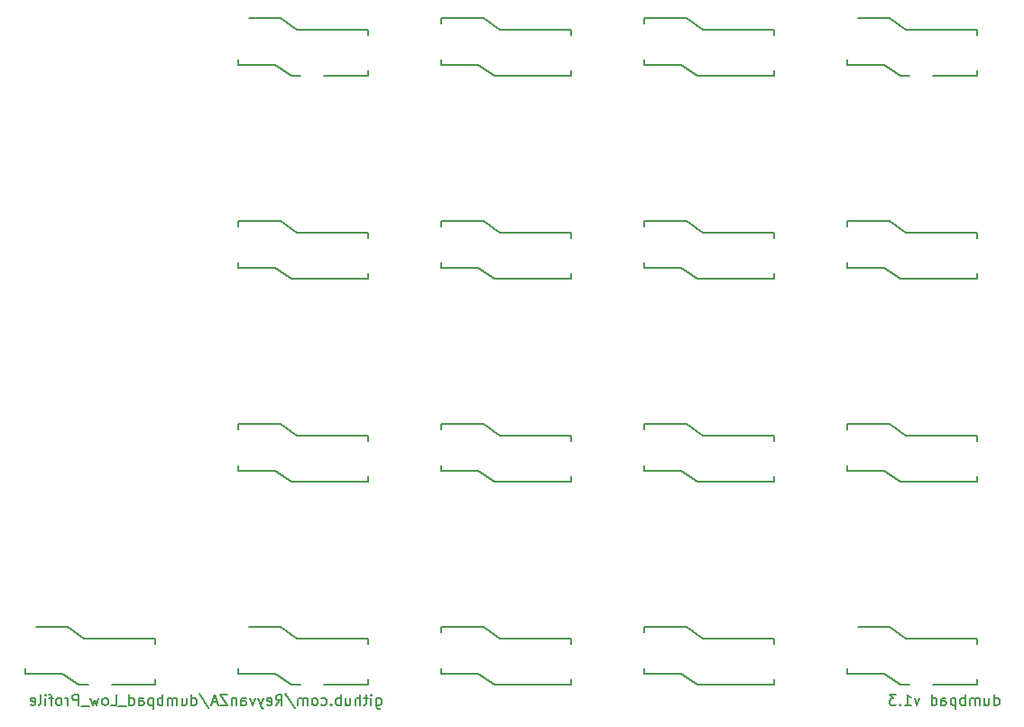
<source format=gbo>
G04 #@! TF.GenerationSoftware,KiCad,Pcbnew,9.0.7*
G04 #@! TF.CreationDate,2026-01-18T21:54:30+01:00*
G04 #@! TF.ProjectId,dumbpad,64756d62-7061-4642-9e6b-696361645f70,rev?*
G04 #@! TF.SameCoordinates,Original*
G04 #@! TF.FileFunction,Legend,Bot*
G04 #@! TF.FilePolarity,Positive*
%FSLAX46Y46*%
G04 Gerber Fmt 4.6, Leading zero omitted, Abs format (unit mm)*
G04 Created by KiCad (PCBNEW 9.0.7) date 2026-01-18 21:54:30*
%MOMM*%
%LPD*%
G01*
G04 APERTURE LIST*
%ADD10C,0.180000*%
%ADD11R,1.700000X1.700000*%
%ADD12O,1.700000X1.700000*%
%ADD13C,3.000000*%
%ADD14C,5.100000*%
%ADD15C,1.627000*%
%ADD16O,3.127000X3.302000*%
%ADD17O,3.127000X3.314500*%
%ADD18R,2.550000X2.475000*%
%ADD19R,2.550000X2.550000*%
%ADD20C,2.006600*%
%ADD21C,1.300000*%
%ADD22C,2.100000*%
%ADD23C,1.477000*%
G04 APERTURE END LIST*
D10*
X193966012Y-143246859D02*
X193966012Y-142246859D01*
X193966012Y-143199240D02*
X194061250Y-143246859D01*
X194061250Y-143246859D02*
X194251726Y-143246859D01*
X194251726Y-143246859D02*
X194346964Y-143199240D01*
X194346964Y-143199240D02*
X194394583Y-143151620D01*
X194394583Y-143151620D02*
X194442202Y-143056382D01*
X194442202Y-143056382D02*
X194442202Y-142770668D01*
X194442202Y-142770668D02*
X194394583Y-142675430D01*
X194394583Y-142675430D02*
X194346964Y-142627811D01*
X194346964Y-142627811D02*
X194251726Y-142580192D01*
X194251726Y-142580192D02*
X194061250Y-142580192D01*
X194061250Y-142580192D02*
X193966012Y-142627811D01*
X193061250Y-142580192D02*
X193061250Y-143246859D01*
X193489821Y-142580192D02*
X193489821Y-143104001D01*
X193489821Y-143104001D02*
X193442202Y-143199240D01*
X193442202Y-143199240D02*
X193346964Y-143246859D01*
X193346964Y-143246859D02*
X193204107Y-143246859D01*
X193204107Y-143246859D02*
X193108869Y-143199240D01*
X193108869Y-143199240D02*
X193061250Y-143151620D01*
X192585059Y-143246859D02*
X192585059Y-142580192D01*
X192585059Y-142675430D02*
X192537440Y-142627811D01*
X192537440Y-142627811D02*
X192442202Y-142580192D01*
X192442202Y-142580192D02*
X192299345Y-142580192D01*
X192299345Y-142580192D02*
X192204107Y-142627811D01*
X192204107Y-142627811D02*
X192156488Y-142723049D01*
X192156488Y-142723049D02*
X192156488Y-143246859D01*
X192156488Y-142723049D02*
X192108869Y-142627811D01*
X192108869Y-142627811D02*
X192013631Y-142580192D01*
X192013631Y-142580192D02*
X191870774Y-142580192D01*
X191870774Y-142580192D02*
X191775535Y-142627811D01*
X191775535Y-142627811D02*
X191727916Y-142723049D01*
X191727916Y-142723049D02*
X191727916Y-143246859D01*
X191251726Y-143246859D02*
X191251726Y-142246859D01*
X191251726Y-142627811D02*
X191156488Y-142580192D01*
X191156488Y-142580192D02*
X190966012Y-142580192D01*
X190966012Y-142580192D02*
X190870774Y-142627811D01*
X190870774Y-142627811D02*
X190823155Y-142675430D01*
X190823155Y-142675430D02*
X190775536Y-142770668D01*
X190775536Y-142770668D02*
X190775536Y-143056382D01*
X190775536Y-143056382D02*
X190823155Y-143151620D01*
X190823155Y-143151620D02*
X190870774Y-143199240D01*
X190870774Y-143199240D02*
X190966012Y-143246859D01*
X190966012Y-143246859D02*
X191156488Y-143246859D01*
X191156488Y-143246859D02*
X191251726Y-143199240D01*
X190346964Y-142580192D02*
X190346964Y-143580192D01*
X190346964Y-142627811D02*
X190251726Y-142580192D01*
X190251726Y-142580192D02*
X190061250Y-142580192D01*
X190061250Y-142580192D02*
X189966012Y-142627811D01*
X189966012Y-142627811D02*
X189918393Y-142675430D01*
X189918393Y-142675430D02*
X189870774Y-142770668D01*
X189870774Y-142770668D02*
X189870774Y-143056382D01*
X189870774Y-143056382D02*
X189918393Y-143151620D01*
X189918393Y-143151620D02*
X189966012Y-143199240D01*
X189966012Y-143199240D02*
X190061250Y-143246859D01*
X190061250Y-143246859D02*
X190251726Y-143246859D01*
X190251726Y-143246859D02*
X190346964Y-143199240D01*
X189013631Y-143246859D02*
X189013631Y-142723049D01*
X189013631Y-142723049D02*
X189061250Y-142627811D01*
X189061250Y-142627811D02*
X189156488Y-142580192D01*
X189156488Y-142580192D02*
X189346964Y-142580192D01*
X189346964Y-142580192D02*
X189442202Y-142627811D01*
X189013631Y-143199240D02*
X189108869Y-143246859D01*
X189108869Y-143246859D02*
X189346964Y-143246859D01*
X189346964Y-143246859D02*
X189442202Y-143199240D01*
X189442202Y-143199240D02*
X189489821Y-143104001D01*
X189489821Y-143104001D02*
X189489821Y-143008763D01*
X189489821Y-143008763D02*
X189442202Y-142913525D01*
X189442202Y-142913525D02*
X189346964Y-142865906D01*
X189346964Y-142865906D02*
X189108869Y-142865906D01*
X189108869Y-142865906D02*
X189013631Y-142818287D01*
X188108869Y-143246859D02*
X188108869Y-142246859D01*
X188108869Y-143199240D02*
X188204107Y-143246859D01*
X188204107Y-143246859D02*
X188394583Y-143246859D01*
X188394583Y-143246859D02*
X188489821Y-143199240D01*
X188489821Y-143199240D02*
X188537440Y-143151620D01*
X188537440Y-143151620D02*
X188585059Y-143056382D01*
X188585059Y-143056382D02*
X188585059Y-142770668D01*
X188585059Y-142770668D02*
X188537440Y-142675430D01*
X188537440Y-142675430D02*
X188489821Y-142627811D01*
X188489821Y-142627811D02*
X188394583Y-142580192D01*
X188394583Y-142580192D02*
X188204107Y-142580192D01*
X188204107Y-142580192D02*
X188108869Y-142627811D01*
X186966011Y-142580192D02*
X186727916Y-143246859D01*
X186727916Y-143246859D02*
X186489821Y-142580192D01*
X185585059Y-143246859D02*
X186156487Y-143246859D01*
X185870773Y-143246859D02*
X185870773Y-142246859D01*
X185870773Y-142246859D02*
X185966011Y-142389716D01*
X185966011Y-142389716D02*
X186061249Y-142484954D01*
X186061249Y-142484954D02*
X186156487Y-142532573D01*
X185156487Y-143151620D02*
X185108868Y-143199240D01*
X185108868Y-143199240D02*
X185156487Y-143246859D01*
X185156487Y-143246859D02*
X185204106Y-143199240D01*
X185204106Y-143199240D02*
X185156487Y-143151620D01*
X185156487Y-143151620D02*
X185156487Y-143246859D01*
X184775535Y-142246859D02*
X184156488Y-142246859D01*
X184156488Y-142246859D02*
X184489821Y-142627811D01*
X184489821Y-142627811D02*
X184346964Y-142627811D01*
X184346964Y-142627811D02*
X184251726Y-142675430D01*
X184251726Y-142675430D02*
X184204107Y-142723049D01*
X184204107Y-142723049D02*
X184156488Y-142818287D01*
X184156488Y-142818287D02*
X184156488Y-143056382D01*
X184156488Y-143056382D02*
X184204107Y-143151620D01*
X184204107Y-143151620D02*
X184251726Y-143199240D01*
X184251726Y-143199240D02*
X184346964Y-143246859D01*
X184346964Y-143246859D02*
X184632678Y-143246859D01*
X184632678Y-143246859D02*
X184727916Y-143199240D01*
X184727916Y-143199240D02*
X184775535Y-143151620D01*
X135985090Y-142580192D02*
X135985090Y-143389716D01*
X135985090Y-143389716D02*
X136032709Y-143484954D01*
X136032709Y-143484954D02*
X136080328Y-143532573D01*
X136080328Y-143532573D02*
X136175566Y-143580192D01*
X136175566Y-143580192D02*
X136318423Y-143580192D01*
X136318423Y-143580192D02*
X136413661Y-143532573D01*
X135985090Y-143199240D02*
X136080328Y-143246859D01*
X136080328Y-143246859D02*
X136270804Y-143246859D01*
X136270804Y-143246859D02*
X136366042Y-143199240D01*
X136366042Y-143199240D02*
X136413661Y-143151620D01*
X136413661Y-143151620D02*
X136461280Y-143056382D01*
X136461280Y-143056382D02*
X136461280Y-142770668D01*
X136461280Y-142770668D02*
X136413661Y-142675430D01*
X136413661Y-142675430D02*
X136366042Y-142627811D01*
X136366042Y-142627811D02*
X136270804Y-142580192D01*
X136270804Y-142580192D02*
X136080328Y-142580192D01*
X136080328Y-142580192D02*
X135985090Y-142627811D01*
X135508899Y-143246859D02*
X135508899Y-142580192D01*
X135508899Y-142246859D02*
X135556518Y-142294478D01*
X135556518Y-142294478D02*
X135508899Y-142342097D01*
X135508899Y-142342097D02*
X135461280Y-142294478D01*
X135461280Y-142294478D02*
X135508899Y-142246859D01*
X135508899Y-142246859D02*
X135508899Y-142342097D01*
X135175566Y-142580192D02*
X134794614Y-142580192D01*
X135032709Y-142246859D02*
X135032709Y-143104001D01*
X135032709Y-143104001D02*
X134985090Y-143199240D01*
X134985090Y-143199240D02*
X134889852Y-143246859D01*
X134889852Y-143246859D02*
X134794614Y-143246859D01*
X134461280Y-143246859D02*
X134461280Y-142246859D01*
X134032709Y-143246859D02*
X134032709Y-142723049D01*
X134032709Y-142723049D02*
X134080328Y-142627811D01*
X134080328Y-142627811D02*
X134175566Y-142580192D01*
X134175566Y-142580192D02*
X134318423Y-142580192D01*
X134318423Y-142580192D02*
X134413661Y-142627811D01*
X134413661Y-142627811D02*
X134461280Y-142675430D01*
X133127947Y-142580192D02*
X133127947Y-143246859D01*
X133556518Y-142580192D02*
X133556518Y-143104001D01*
X133556518Y-143104001D02*
X133508899Y-143199240D01*
X133508899Y-143199240D02*
X133413661Y-143246859D01*
X133413661Y-143246859D02*
X133270804Y-143246859D01*
X133270804Y-143246859D02*
X133175566Y-143199240D01*
X133175566Y-143199240D02*
X133127947Y-143151620D01*
X132651756Y-143246859D02*
X132651756Y-142246859D01*
X132651756Y-142627811D02*
X132556518Y-142580192D01*
X132556518Y-142580192D02*
X132366042Y-142580192D01*
X132366042Y-142580192D02*
X132270804Y-142627811D01*
X132270804Y-142627811D02*
X132223185Y-142675430D01*
X132223185Y-142675430D02*
X132175566Y-142770668D01*
X132175566Y-142770668D02*
X132175566Y-143056382D01*
X132175566Y-143056382D02*
X132223185Y-143151620D01*
X132223185Y-143151620D02*
X132270804Y-143199240D01*
X132270804Y-143199240D02*
X132366042Y-143246859D01*
X132366042Y-143246859D02*
X132556518Y-143246859D01*
X132556518Y-143246859D02*
X132651756Y-143199240D01*
X131746994Y-143151620D02*
X131699375Y-143199240D01*
X131699375Y-143199240D02*
X131746994Y-143246859D01*
X131746994Y-143246859D02*
X131794613Y-143199240D01*
X131794613Y-143199240D02*
X131746994Y-143151620D01*
X131746994Y-143151620D02*
X131746994Y-143246859D01*
X130842233Y-143199240D02*
X130937471Y-143246859D01*
X130937471Y-143246859D02*
X131127947Y-143246859D01*
X131127947Y-143246859D02*
X131223185Y-143199240D01*
X131223185Y-143199240D02*
X131270804Y-143151620D01*
X131270804Y-143151620D02*
X131318423Y-143056382D01*
X131318423Y-143056382D02*
X131318423Y-142770668D01*
X131318423Y-142770668D02*
X131270804Y-142675430D01*
X131270804Y-142675430D02*
X131223185Y-142627811D01*
X131223185Y-142627811D02*
X131127947Y-142580192D01*
X131127947Y-142580192D02*
X130937471Y-142580192D01*
X130937471Y-142580192D02*
X130842233Y-142627811D01*
X130270804Y-143246859D02*
X130366042Y-143199240D01*
X130366042Y-143199240D02*
X130413661Y-143151620D01*
X130413661Y-143151620D02*
X130461280Y-143056382D01*
X130461280Y-143056382D02*
X130461280Y-142770668D01*
X130461280Y-142770668D02*
X130413661Y-142675430D01*
X130413661Y-142675430D02*
X130366042Y-142627811D01*
X130366042Y-142627811D02*
X130270804Y-142580192D01*
X130270804Y-142580192D02*
X130127947Y-142580192D01*
X130127947Y-142580192D02*
X130032709Y-142627811D01*
X130032709Y-142627811D02*
X129985090Y-142675430D01*
X129985090Y-142675430D02*
X129937471Y-142770668D01*
X129937471Y-142770668D02*
X129937471Y-143056382D01*
X129937471Y-143056382D02*
X129985090Y-143151620D01*
X129985090Y-143151620D02*
X130032709Y-143199240D01*
X130032709Y-143199240D02*
X130127947Y-143246859D01*
X130127947Y-143246859D02*
X130270804Y-143246859D01*
X129508899Y-143246859D02*
X129508899Y-142580192D01*
X129508899Y-142675430D02*
X129461280Y-142627811D01*
X129461280Y-142627811D02*
X129366042Y-142580192D01*
X129366042Y-142580192D02*
X129223185Y-142580192D01*
X129223185Y-142580192D02*
X129127947Y-142627811D01*
X129127947Y-142627811D02*
X129080328Y-142723049D01*
X129080328Y-142723049D02*
X129080328Y-143246859D01*
X129080328Y-142723049D02*
X129032709Y-142627811D01*
X129032709Y-142627811D02*
X128937471Y-142580192D01*
X128937471Y-142580192D02*
X128794614Y-142580192D01*
X128794614Y-142580192D02*
X128699375Y-142627811D01*
X128699375Y-142627811D02*
X128651756Y-142723049D01*
X128651756Y-142723049D02*
X128651756Y-143246859D01*
X127461281Y-142199240D02*
X128318423Y-143484954D01*
X126556519Y-143246859D02*
X126889852Y-142770668D01*
X127127947Y-143246859D02*
X127127947Y-142246859D01*
X127127947Y-142246859D02*
X126746995Y-142246859D01*
X126746995Y-142246859D02*
X126651757Y-142294478D01*
X126651757Y-142294478D02*
X126604138Y-142342097D01*
X126604138Y-142342097D02*
X126556519Y-142437335D01*
X126556519Y-142437335D02*
X126556519Y-142580192D01*
X126556519Y-142580192D02*
X126604138Y-142675430D01*
X126604138Y-142675430D02*
X126651757Y-142723049D01*
X126651757Y-142723049D02*
X126746995Y-142770668D01*
X126746995Y-142770668D02*
X127127947Y-142770668D01*
X125746995Y-143199240D02*
X125842233Y-143246859D01*
X125842233Y-143246859D02*
X126032709Y-143246859D01*
X126032709Y-143246859D02*
X126127947Y-143199240D01*
X126127947Y-143199240D02*
X126175566Y-143104001D01*
X126175566Y-143104001D02*
X126175566Y-142723049D01*
X126175566Y-142723049D02*
X126127947Y-142627811D01*
X126127947Y-142627811D02*
X126032709Y-142580192D01*
X126032709Y-142580192D02*
X125842233Y-142580192D01*
X125842233Y-142580192D02*
X125746995Y-142627811D01*
X125746995Y-142627811D02*
X125699376Y-142723049D01*
X125699376Y-142723049D02*
X125699376Y-142818287D01*
X125699376Y-142818287D02*
X126175566Y-142913525D01*
X125366042Y-142580192D02*
X125127947Y-143246859D01*
X124889852Y-142580192D02*
X125127947Y-143246859D01*
X125127947Y-143246859D02*
X125223185Y-143484954D01*
X125223185Y-143484954D02*
X125270804Y-143532573D01*
X125270804Y-143532573D02*
X125366042Y-143580192D01*
X124604137Y-142580192D02*
X124366042Y-143246859D01*
X124366042Y-143246859D02*
X124127947Y-142580192D01*
X123318423Y-143246859D02*
X123318423Y-142723049D01*
X123318423Y-142723049D02*
X123366042Y-142627811D01*
X123366042Y-142627811D02*
X123461280Y-142580192D01*
X123461280Y-142580192D02*
X123651756Y-142580192D01*
X123651756Y-142580192D02*
X123746994Y-142627811D01*
X123318423Y-143199240D02*
X123413661Y-143246859D01*
X123413661Y-143246859D02*
X123651756Y-143246859D01*
X123651756Y-143246859D02*
X123746994Y-143199240D01*
X123746994Y-143199240D02*
X123794613Y-143104001D01*
X123794613Y-143104001D02*
X123794613Y-143008763D01*
X123794613Y-143008763D02*
X123746994Y-142913525D01*
X123746994Y-142913525D02*
X123651756Y-142865906D01*
X123651756Y-142865906D02*
X123413661Y-142865906D01*
X123413661Y-142865906D02*
X123318423Y-142818287D01*
X122842232Y-142580192D02*
X122842232Y-143246859D01*
X122842232Y-142675430D02*
X122794613Y-142627811D01*
X122794613Y-142627811D02*
X122699375Y-142580192D01*
X122699375Y-142580192D02*
X122556518Y-142580192D01*
X122556518Y-142580192D02*
X122461280Y-142627811D01*
X122461280Y-142627811D02*
X122413661Y-142723049D01*
X122413661Y-142723049D02*
X122413661Y-143246859D01*
X122032708Y-142246859D02*
X121366042Y-142246859D01*
X121366042Y-142246859D02*
X122032708Y-143246859D01*
X122032708Y-143246859D02*
X121366042Y-143246859D01*
X121032708Y-142961144D02*
X120556518Y-142961144D01*
X121127946Y-143246859D02*
X120794613Y-142246859D01*
X120794613Y-142246859D02*
X120461280Y-143246859D01*
X119413661Y-142199240D02*
X120270803Y-143484954D01*
X118651756Y-143246859D02*
X118651756Y-142246859D01*
X118651756Y-143199240D02*
X118746994Y-143246859D01*
X118746994Y-143246859D02*
X118937470Y-143246859D01*
X118937470Y-143246859D02*
X119032708Y-143199240D01*
X119032708Y-143199240D02*
X119080327Y-143151620D01*
X119080327Y-143151620D02*
X119127946Y-143056382D01*
X119127946Y-143056382D02*
X119127946Y-142770668D01*
X119127946Y-142770668D02*
X119080327Y-142675430D01*
X119080327Y-142675430D02*
X119032708Y-142627811D01*
X119032708Y-142627811D02*
X118937470Y-142580192D01*
X118937470Y-142580192D02*
X118746994Y-142580192D01*
X118746994Y-142580192D02*
X118651756Y-142627811D01*
X117746994Y-142580192D02*
X117746994Y-143246859D01*
X118175565Y-142580192D02*
X118175565Y-143104001D01*
X118175565Y-143104001D02*
X118127946Y-143199240D01*
X118127946Y-143199240D02*
X118032708Y-143246859D01*
X118032708Y-143246859D02*
X117889851Y-143246859D01*
X117889851Y-143246859D02*
X117794613Y-143199240D01*
X117794613Y-143199240D02*
X117746994Y-143151620D01*
X117270803Y-143246859D02*
X117270803Y-142580192D01*
X117270803Y-142675430D02*
X117223184Y-142627811D01*
X117223184Y-142627811D02*
X117127946Y-142580192D01*
X117127946Y-142580192D02*
X116985089Y-142580192D01*
X116985089Y-142580192D02*
X116889851Y-142627811D01*
X116889851Y-142627811D02*
X116842232Y-142723049D01*
X116842232Y-142723049D02*
X116842232Y-143246859D01*
X116842232Y-142723049D02*
X116794613Y-142627811D01*
X116794613Y-142627811D02*
X116699375Y-142580192D01*
X116699375Y-142580192D02*
X116556518Y-142580192D01*
X116556518Y-142580192D02*
X116461279Y-142627811D01*
X116461279Y-142627811D02*
X116413660Y-142723049D01*
X116413660Y-142723049D02*
X116413660Y-143246859D01*
X115937470Y-143246859D02*
X115937470Y-142246859D01*
X115937470Y-142627811D02*
X115842232Y-142580192D01*
X115842232Y-142580192D02*
X115651756Y-142580192D01*
X115651756Y-142580192D02*
X115556518Y-142627811D01*
X115556518Y-142627811D02*
X115508899Y-142675430D01*
X115508899Y-142675430D02*
X115461280Y-142770668D01*
X115461280Y-142770668D02*
X115461280Y-143056382D01*
X115461280Y-143056382D02*
X115508899Y-143151620D01*
X115508899Y-143151620D02*
X115556518Y-143199240D01*
X115556518Y-143199240D02*
X115651756Y-143246859D01*
X115651756Y-143246859D02*
X115842232Y-143246859D01*
X115842232Y-143246859D02*
X115937470Y-143199240D01*
X115032708Y-142580192D02*
X115032708Y-143580192D01*
X115032708Y-142627811D02*
X114937470Y-142580192D01*
X114937470Y-142580192D02*
X114746994Y-142580192D01*
X114746994Y-142580192D02*
X114651756Y-142627811D01*
X114651756Y-142627811D02*
X114604137Y-142675430D01*
X114604137Y-142675430D02*
X114556518Y-142770668D01*
X114556518Y-142770668D02*
X114556518Y-143056382D01*
X114556518Y-143056382D02*
X114604137Y-143151620D01*
X114604137Y-143151620D02*
X114651756Y-143199240D01*
X114651756Y-143199240D02*
X114746994Y-143246859D01*
X114746994Y-143246859D02*
X114937470Y-143246859D01*
X114937470Y-143246859D02*
X115032708Y-143199240D01*
X113699375Y-143246859D02*
X113699375Y-142723049D01*
X113699375Y-142723049D02*
X113746994Y-142627811D01*
X113746994Y-142627811D02*
X113842232Y-142580192D01*
X113842232Y-142580192D02*
X114032708Y-142580192D01*
X114032708Y-142580192D02*
X114127946Y-142627811D01*
X113699375Y-143199240D02*
X113794613Y-143246859D01*
X113794613Y-143246859D02*
X114032708Y-143246859D01*
X114032708Y-143246859D02*
X114127946Y-143199240D01*
X114127946Y-143199240D02*
X114175565Y-143104001D01*
X114175565Y-143104001D02*
X114175565Y-143008763D01*
X114175565Y-143008763D02*
X114127946Y-142913525D01*
X114127946Y-142913525D02*
X114032708Y-142865906D01*
X114032708Y-142865906D02*
X113794613Y-142865906D01*
X113794613Y-142865906D02*
X113699375Y-142818287D01*
X112794613Y-143246859D02*
X112794613Y-142246859D01*
X112794613Y-143199240D02*
X112889851Y-143246859D01*
X112889851Y-143246859D02*
X113080327Y-143246859D01*
X113080327Y-143246859D02*
X113175565Y-143199240D01*
X113175565Y-143199240D02*
X113223184Y-143151620D01*
X113223184Y-143151620D02*
X113270803Y-143056382D01*
X113270803Y-143056382D02*
X113270803Y-142770668D01*
X113270803Y-142770668D02*
X113223184Y-142675430D01*
X113223184Y-142675430D02*
X113175565Y-142627811D01*
X113175565Y-142627811D02*
X113080327Y-142580192D01*
X113080327Y-142580192D02*
X112889851Y-142580192D01*
X112889851Y-142580192D02*
X112794613Y-142627811D01*
X112556518Y-143342097D02*
X111794613Y-143342097D01*
X111080327Y-143246859D02*
X111556517Y-143246859D01*
X111556517Y-143246859D02*
X111556517Y-142246859D01*
X110604136Y-143246859D02*
X110699374Y-143199240D01*
X110699374Y-143199240D02*
X110746993Y-143151620D01*
X110746993Y-143151620D02*
X110794612Y-143056382D01*
X110794612Y-143056382D02*
X110794612Y-142770668D01*
X110794612Y-142770668D02*
X110746993Y-142675430D01*
X110746993Y-142675430D02*
X110699374Y-142627811D01*
X110699374Y-142627811D02*
X110604136Y-142580192D01*
X110604136Y-142580192D02*
X110461279Y-142580192D01*
X110461279Y-142580192D02*
X110366041Y-142627811D01*
X110366041Y-142627811D02*
X110318422Y-142675430D01*
X110318422Y-142675430D02*
X110270803Y-142770668D01*
X110270803Y-142770668D02*
X110270803Y-143056382D01*
X110270803Y-143056382D02*
X110318422Y-143151620D01*
X110318422Y-143151620D02*
X110366041Y-143199240D01*
X110366041Y-143199240D02*
X110461279Y-143246859D01*
X110461279Y-143246859D02*
X110604136Y-143246859D01*
X109937469Y-142580192D02*
X109746993Y-143246859D01*
X109746993Y-143246859D02*
X109556517Y-142770668D01*
X109556517Y-142770668D02*
X109366041Y-143246859D01*
X109366041Y-143246859D02*
X109175565Y-142580192D01*
X109032708Y-143342097D02*
X108270803Y-143342097D01*
X108032707Y-143246859D02*
X108032707Y-142246859D01*
X108032707Y-142246859D02*
X107651755Y-142246859D01*
X107651755Y-142246859D02*
X107556517Y-142294478D01*
X107556517Y-142294478D02*
X107508898Y-142342097D01*
X107508898Y-142342097D02*
X107461279Y-142437335D01*
X107461279Y-142437335D02*
X107461279Y-142580192D01*
X107461279Y-142580192D02*
X107508898Y-142675430D01*
X107508898Y-142675430D02*
X107556517Y-142723049D01*
X107556517Y-142723049D02*
X107651755Y-142770668D01*
X107651755Y-142770668D02*
X108032707Y-142770668D01*
X107032707Y-143246859D02*
X107032707Y-142580192D01*
X107032707Y-142770668D02*
X106985088Y-142675430D01*
X106985088Y-142675430D02*
X106937469Y-142627811D01*
X106937469Y-142627811D02*
X106842231Y-142580192D01*
X106842231Y-142580192D02*
X106746993Y-142580192D01*
X106270802Y-143246859D02*
X106366040Y-143199240D01*
X106366040Y-143199240D02*
X106413659Y-143151620D01*
X106413659Y-143151620D02*
X106461278Y-143056382D01*
X106461278Y-143056382D02*
X106461278Y-142770668D01*
X106461278Y-142770668D02*
X106413659Y-142675430D01*
X106413659Y-142675430D02*
X106366040Y-142627811D01*
X106366040Y-142627811D02*
X106270802Y-142580192D01*
X106270802Y-142580192D02*
X106127945Y-142580192D01*
X106127945Y-142580192D02*
X106032707Y-142627811D01*
X106032707Y-142627811D02*
X105985088Y-142675430D01*
X105985088Y-142675430D02*
X105937469Y-142770668D01*
X105937469Y-142770668D02*
X105937469Y-143056382D01*
X105937469Y-143056382D02*
X105985088Y-143151620D01*
X105985088Y-143151620D02*
X106032707Y-143199240D01*
X106032707Y-143199240D02*
X106127945Y-143246859D01*
X106127945Y-143246859D02*
X106270802Y-143246859D01*
X105651754Y-142580192D02*
X105270802Y-142580192D01*
X105508897Y-143246859D02*
X105508897Y-142389716D01*
X105508897Y-142389716D02*
X105461278Y-142294478D01*
X105461278Y-142294478D02*
X105366040Y-142246859D01*
X105366040Y-142246859D02*
X105270802Y-142246859D01*
X104937468Y-143246859D02*
X104937468Y-142580192D01*
X104937468Y-142246859D02*
X104985087Y-142294478D01*
X104985087Y-142294478D02*
X104937468Y-142342097D01*
X104937468Y-142342097D02*
X104889849Y-142294478D01*
X104889849Y-142294478D02*
X104937468Y-142246859D01*
X104937468Y-142246859D02*
X104937468Y-142342097D01*
X104318421Y-143246859D02*
X104413659Y-143199240D01*
X104413659Y-143199240D02*
X104461278Y-143104001D01*
X104461278Y-143104001D02*
X104461278Y-142246859D01*
X103556516Y-143199240D02*
X103651754Y-143246859D01*
X103651754Y-143246859D02*
X103842230Y-143246859D01*
X103842230Y-143246859D02*
X103937468Y-143199240D01*
X103937468Y-143199240D02*
X103985087Y-143104001D01*
X103985087Y-143104001D02*
X103985087Y-142723049D01*
X103985087Y-142723049D02*
X103937468Y-142627811D01*
X103937468Y-142627811D02*
X103842230Y-142580192D01*
X103842230Y-142580192D02*
X103651754Y-142580192D01*
X103651754Y-142580192D02*
X103556516Y-142627811D01*
X103556516Y-142627811D02*
X103508897Y-142723049D01*
X103508897Y-142723049D02*
X103508897Y-142818287D01*
X103508897Y-142818287D02*
X103985087Y-142913525D01*
X192351100Y-141323600D02*
X192351100Y-140823600D01*
X192351100Y-136983600D02*
X192351100Y-137483600D01*
X188251100Y-141303600D02*
X192301100Y-141303600D01*
X185651100Y-136983600D02*
X192351100Y-136983600D01*
X185651100Y-136983600D02*
X184151100Y-135933600D01*
X185151100Y-141323600D02*
X186051100Y-141323600D01*
X185151100Y-141323600D02*
X183651100Y-140273600D01*
X181151100Y-135933600D02*
X184151100Y-135933600D01*
X180151100Y-140273600D02*
X183651100Y-140273600D01*
X180151100Y-139773600D02*
X180151100Y-140273600D01*
X192351100Y-84173600D02*
X192351100Y-83673600D01*
X192351100Y-79833600D02*
X192351100Y-80333600D01*
X188251100Y-84153600D02*
X192301100Y-84153600D01*
X185651100Y-79833600D02*
X192351100Y-79833600D01*
X185651100Y-79833600D02*
X184151100Y-78783600D01*
X185151100Y-84173600D02*
X186051100Y-84173600D01*
X185151100Y-84173600D02*
X183651100Y-83123600D01*
X181151100Y-78783600D02*
X184151100Y-78783600D01*
X180151100Y-83123600D02*
X183651100Y-83123600D01*
X180151100Y-82623600D02*
X180151100Y-83123600D01*
X135201100Y-141323600D02*
X135201100Y-140823600D01*
X135201100Y-136983600D02*
X135201100Y-137483600D01*
X131101100Y-141303600D02*
X135151100Y-141303600D01*
X128501100Y-136983600D02*
X135201100Y-136983600D01*
X128501100Y-136983600D02*
X127001100Y-135933600D01*
X128001100Y-141323600D02*
X128901100Y-141323600D01*
X128001100Y-141323600D02*
X126501100Y-140273600D01*
X124001100Y-135933600D02*
X127001100Y-135933600D01*
X123001100Y-140273600D02*
X126501100Y-140273600D01*
X123001100Y-139773600D02*
X123001100Y-140273600D01*
X115251100Y-141323600D02*
X115251100Y-140823600D01*
X115251100Y-136983600D02*
X115251100Y-137483600D01*
X111151100Y-141303600D02*
X115201100Y-141303600D01*
X108551100Y-136983600D02*
X115251100Y-136983600D01*
X108551100Y-136983600D02*
X107051100Y-135933600D01*
X108051100Y-141323600D02*
X108951100Y-141323600D01*
X108051100Y-141323600D02*
X106551100Y-140273600D01*
X104051100Y-135933600D02*
X107051100Y-135933600D01*
X103051100Y-140273600D02*
X106551100Y-140273600D01*
X103051100Y-139773600D02*
X103051100Y-140273600D01*
X135201100Y-84173600D02*
X135201100Y-83673600D01*
X135201100Y-79833600D02*
X135201100Y-80333600D01*
X131101100Y-84153600D02*
X135151100Y-84153600D01*
X128501100Y-79833600D02*
X135201100Y-79833600D01*
X128501100Y-79833600D02*
X127001100Y-78783600D01*
X128001100Y-84173600D02*
X128901100Y-84173600D01*
X128001100Y-84173600D02*
X126501100Y-83123600D01*
X124001100Y-78783600D02*
X127001100Y-78783600D01*
X123001100Y-83123600D02*
X126501100Y-83123600D01*
X123001100Y-82623600D02*
X123001100Y-83123600D01*
X192351100Y-122273600D02*
X192351100Y-121773600D01*
X192351100Y-117933600D02*
X192351100Y-118433600D01*
X185651100Y-117933600D02*
X192351100Y-117933600D01*
X185651100Y-117933600D02*
X184151100Y-116883600D01*
X185151100Y-122273600D02*
X192351100Y-122273600D01*
X185151100Y-122273600D02*
X183651100Y-121223600D01*
X180151100Y-121223600D02*
X183651100Y-121223600D01*
X180151100Y-120723600D02*
X180151100Y-121223600D01*
X180151100Y-116883600D02*
X184151100Y-116883600D01*
X180151100Y-116883600D02*
X180151100Y-117383600D01*
X135201100Y-122273600D02*
X135201100Y-121773600D01*
X135201100Y-117933600D02*
X135201100Y-118433600D01*
X128501100Y-117933600D02*
X135201100Y-117933600D01*
X128501100Y-117933600D02*
X127001100Y-116883600D01*
X128001100Y-122273600D02*
X135201100Y-122273600D01*
X128001100Y-122273600D02*
X126501100Y-121223600D01*
X123001100Y-121223600D02*
X126501100Y-121223600D01*
X123001100Y-120723600D02*
X123001100Y-121223600D01*
X123001100Y-116883600D02*
X127001100Y-116883600D01*
X123001100Y-116883600D02*
X123001100Y-117383600D01*
X154251100Y-141323600D02*
X154251100Y-140823600D01*
X154251100Y-136983600D02*
X154251100Y-137483600D01*
X147551100Y-136983600D02*
X154251100Y-136983600D01*
X147551100Y-136983600D02*
X146051100Y-135933600D01*
X147051100Y-141323600D02*
X154251100Y-141323600D01*
X147051100Y-141323600D02*
X145551100Y-140273600D01*
X142051100Y-140273600D02*
X145551100Y-140273600D01*
X142051100Y-139773600D02*
X142051100Y-140273600D01*
X142051100Y-135933600D02*
X146051100Y-135933600D01*
X142051100Y-135933600D02*
X142051100Y-136433600D01*
X173301100Y-141323600D02*
X173301100Y-140823600D01*
X173301100Y-136983600D02*
X173301100Y-137483600D01*
X166601100Y-136983600D02*
X173301100Y-136983600D01*
X166601100Y-136983600D02*
X165101100Y-135933600D01*
X166101100Y-141323600D02*
X173301100Y-141323600D01*
X166101100Y-141323600D02*
X164601100Y-140273600D01*
X161101100Y-140273600D02*
X164601100Y-140273600D01*
X161101100Y-139773600D02*
X161101100Y-140273600D01*
X161101100Y-135933600D02*
X165101100Y-135933600D01*
X161101100Y-135933600D02*
X161101100Y-136433600D01*
X154251100Y-122273600D02*
X154251100Y-121773600D01*
X154251100Y-117933600D02*
X154251100Y-118433600D01*
X147551100Y-117933600D02*
X154251100Y-117933600D01*
X147551100Y-117933600D02*
X146051100Y-116883600D01*
X147051100Y-122273600D02*
X154251100Y-122273600D01*
X147051100Y-122273600D02*
X145551100Y-121223600D01*
X142051100Y-121223600D02*
X145551100Y-121223600D01*
X142051100Y-120723600D02*
X142051100Y-121223600D01*
X142051100Y-116883600D02*
X146051100Y-116883600D01*
X142051100Y-116883600D02*
X142051100Y-117383600D01*
X173301100Y-103223600D02*
X173301100Y-102723600D01*
X173301100Y-98883600D02*
X173301100Y-99383600D01*
X166601100Y-98883600D02*
X173301100Y-98883600D01*
X166601100Y-98883600D02*
X165101100Y-97833600D01*
X166101100Y-103223600D02*
X173301100Y-103223600D01*
X166101100Y-103223600D02*
X164601100Y-102173600D01*
X161101100Y-102173600D02*
X164601100Y-102173600D01*
X161101100Y-101673600D02*
X161101100Y-102173600D01*
X161101100Y-97833600D02*
X165101100Y-97833600D01*
X161101100Y-97833600D02*
X161101100Y-98333600D01*
X135201100Y-103223600D02*
X135201100Y-102723600D01*
X135201100Y-98883600D02*
X135201100Y-99383600D01*
X128501100Y-98883600D02*
X135201100Y-98883600D01*
X128501100Y-98883600D02*
X127001100Y-97833600D01*
X128001100Y-103223600D02*
X135201100Y-103223600D01*
X128001100Y-103223600D02*
X126501100Y-102173600D01*
X123001100Y-102173600D02*
X126501100Y-102173600D01*
X123001100Y-101673600D02*
X123001100Y-102173600D01*
X123001100Y-97833600D02*
X127001100Y-97833600D01*
X123001100Y-97833600D02*
X123001100Y-98333600D01*
X173301100Y-122273600D02*
X173301100Y-121773600D01*
X173301100Y-117933600D02*
X173301100Y-118433600D01*
X166601100Y-117933600D02*
X173301100Y-117933600D01*
X166601100Y-117933600D02*
X165101100Y-116883600D01*
X166101100Y-122273600D02*
X173301100Y-122273600D01*
X166101100Y-122273600D02*
X164601100Y-121223600D01*
X161101100Y-121223600D02*
X164601100Y-121223600D01*
X161101100Y-120723600D02*
X161101100Y-121223600D01*
X161101100Y-116883600D02*
X165101100Y-116883600D01*
X161101100Y-116883600D02*
X161101100Y-117383600D01*
X192351100Y-103223600D02*
X192351100Y-102723600D01*
X192351100Y-98883600D02*
X192351100Y-99383600D01*
X185651100Y-98883600D02*
X192351100Y-98883600D01*
X185651100Y-98883600D02*
X184151100Y-97833600D01*
X185151100Y-103223600D02*
X192351100Y-103223600D01*
X185151100Y-103223600D02*
X183651100Y-102173600D01*
X180151100Y-102173600D02*
X183651100Y-102173600D01*
X180151100Y-101673600D02*
X180151100Y-102173600D01*
X180151100Y-97833600D02*
X184151100Y-97833600D01*
X180151100Y-97833600D02*
X180151100Y-98333600D01*
X154251100Y-103223600D02*
X154251100Y-102723600D01*
X154251100Y-98883600D02*
X154251100Y-99383600D01*
X147551100Y-98883600D02*
X154251100Y-98883600D01*
X147551100Y-98883600D02*
X146051100Y-97833600D01*
X147051100Y-103223600D02*
X154251100Y-103223600D01*
X147051100Y-103223600D02*
X145551100Y-102173600D01*
X142051100Y-102173600D02*
X145551100Y-102173600D01*
X142051100Y-101673600D02*
X142051100Y-102173600D01*
X142051100Y-97833600D02*
X146051100Y-97833600D01*
X142051100Y-97833600D02*
X142051100Y-98333600D01*
X173301100Y-84173600D02*
X173301100Y-83673600D01*
X173301100Y-79833600D02*
X173301100Y-80333600D01*
X166601100Y-79833600D02*
X173301100Y-79833600D01*
X166601100Y-79833600D02*
X165101100Y-78783600D01*
X166101100Y-84173600D02*
X173301100Y-84173600D01*
X166101100Y-84173600D02*
X164601100Y-83123600D01*
X161101100Y-83123600D02*
X164601100Y-83123600D01*
X161101100Y-82623600D02*
X161101100Y-83123600D01*
X161101100Y-78783600D02*
X165101100Y-78783600D01*
X161101100Y-78783600D02*
X161101100Y-79283600D01*
X154251100Y-84173600D02*
X154251100Y-83673600D01*
X154251100Y-79833600D02*
X154251100Y-80333600D01*
X147551100Y-79833600D02*
X154251100Y-79833600D01*
X147551100Y-79833600D02*
X146051100Y-78783600D01*
X147051100Y-84173600D02*
X154251100Y-84173600D01*
X147051100Y-84173600D02*
X145551100Y-83123600D01*
X142051100Y-83123600D02*
X145551100Y-83123600D01*
X142051100Y-82623600D02*
X142051100Y-83123600D01*
X142051100Y-78783600D02*
X146051100Y-78783600D01*
X142051100Y-78783600D02*
X142051100Y-79283600D01*
%LPC*%
D11*
X113900000Y-104000000D03*
D12*
X111360000Y-104000000D03*
X108820000Y-104000000D03*
X106280000Y-104000000D03*
D13*
X182751100Y-138103600D03*
D14*
X187151100Y-133403600D03*
D13*
X189751100Y-139153600D03*
D15*
X179651100Y-130903600D03*
X179651100Y-135603600D03*
X179651100Y-133403600D03*
D16*
X187151100Y-139503600D03*
D17*
X187151100Y-127309850D03*
D15*
X194151100Y-130903600D03*
X194151100Y-135903600D03*
D18*
X178876100Y-138141100D03*
D19*
X193626100Y-139153600D03*
D13*
X182751100Y-80953600D03*
D14*
X187151100Y-76253600D03*
D13*
X189751100Y-82003600D03*
D15*
X179651100Y-73753600D03*
X179651100Y-78453600D03*
X179651100Y-76253600D03*
D16*
X187151100Y-82353600D03*
D17*
X187151100Y-70159850D03*
D15*
X194151100Y-73753600D03*
X194151100Y-78753600D03*
D18*
X178876100Y-80991100D03*
D19*
X193626100Y-82003600D03*
D13*
X125601100Y-138103600D03*
D14*
X130001100Y-133403600D03*
D13*
X132601100Y-139153600D03*
D15*
X122501100Y-130903600D03*
X122501100Y-135603600D03*
X122501100Y-133403600D03*
D16*
X130001100Y-139503600D03*
D17*
X130001100Y-127309850D03*
D15*
X137001100Y-130903600D03*
X137001100Y-135903600D03*
D18*
X121726100Y-138141100D03*
D19*
X136476100Y-139153600D03*
D13*
X105651100Y-138103600D03*
D14*
X110051100Y-133403600D03*
D13*
X112651100Y-139153600D03*
D15*
X102551100Y-130903600D03*
X102551100Y-135603600D03*
X102551100Y-133403600D03*
D16*
X110051100Y-139503600D03*
D17*
X110051100Y-127309850D03*
D15*
X117051100Y-130903600D03*
X117051100Y-135903600D03*
D18*
X101776100Y-138141100D03*
D19*
X116526100Y-139153600D03*
D13*
X125601100Y-80953600D03*
D14*
X130001100Y-76253600D03*
D13*
X132601100Y-82003600D03*
D15*
X122501100Y-73753600D03*
X122501100Y-78453600D03*
X122501100Y-76253600D03*
D16*
X130001100Y-82353600D03*
D17*
X130001100Y-70159850D03*
D15*
X137001100Y-73753600D03*
X137001100Y-78753600D03*
D18*
X121726100Y-80991100D03*
D19*
X136476100Y-82003600D03*
D20*
X106997600Y-114228800D03*
X113500000Y-114228800D03*
X106997600Y-118750000D03*
X113500000Y-118750000D03*
D21*
X117671100Y-69550000D03*
X102431100Y-69550000D03*
D20*
X117671100Y-72053600D03*
X117671100Y-74593600D03*
X117671100Y-77133600D03*
X117671100Y-79673600D03*
X117671100Y-82213600D03*
X117671100Y-84753600D03*
X117671100Y-87293600D03*
X117671100Y-89833600D03*
X117671100Y-92373600D03*
X117671100Y-94913600D03*
X117671100Y-97453600D03*
X117671100Y-99993600D03*
X102431100Y-99993600D03*
X102431100Y-97453600D03*
X102431100Y-94913600D03*
X102431100Y-92373600D03*
X102431100Y-89833600D03*
X102431100Y-87293600D03*
X102431100Y-84753600D03*
X102431100Y-82213600D03*
X102431100Y-79673600D03*
X102431100Y-77133600D03*
X102431100Y-74593600D03*
X102431100Y-72053600D03*
D13*
X182751100Y-119053600D03*
D14*
X187151100Y-114353600D03*
D13*
X189751100Y-120103600D03*
D19*
X178876100Y-119053600D03*
X193626100Y-120103600D03*
D13*
X125601100Y-119053600D03*
D14*
X130001100Y-114353600D03*
D13*
X132601100Y-120103600D03*
D19*
X121726100Y-119053600D03*
X136476100Y-120103600D03*
D22*
X178600000Y-84900000D03*
D23*
X139500000Y-76520000D03*
X139500000Y-68900000D03*
D13*
X144651100Y-138103600D03*
D14*
X149051100Y-133403600D03*
D13*
X151651100Y-139153600D03*
D19*
X140776100Y-138103600D03*
X155526100Y-139153600D03*
D22*
X178600000Y-124900000D03*
D23*
X158600000Y-76520000D03*
X158600000Y-68900000D03*
D13*
X163701100Y-138103600D03*
D14*
X168101100Y-133403600D03*
D13*
X170701100Y-139153600D03*
D19*
X159826100Y-138103600D03*
X174576100Y-139153600D03*
D23*
X126000000Y-85900000D03*
X133620000Y-85900000D03*
X183600000Y-85900000D03*
X191220000Y-85900000D03*
X145500000Y-123800000D03*
X153120000Y-123800000D03*
X120500000Y-134220000D03*
X120500000Y-126600000D03*
X120500000Y-96720000D03*
X120500000Y-89100000D03*
X183400000Y-123800000D03*
X191020000Y-123800000D03*
X120500000Y-115320000D03*
X120500000Y-107700000D03*
X164300000Y-123800000D03*
X171920000Y-123800000D03*
D13*
X144651100Y-119053600D03*
D14*
X149051100Y-114353600D03*
D13*
X151651100Y-120103600D03*
D19*
X140776100Y-119053600D03*
X155526100Y-120103600D03*
D13*
X163701100Y-100003600D03*
D14*
X168101100Y-95303600D03*
D13*
X170701100Y-101053600D03*
D19*
X159826100Y-100003600D03*
X174576100Y-101053600D03*
D13*
X125601100Y-100003600D03*
D14*
X130001100Y-95303600D03*
D13*
X132601100Y-101053600D03*
D19*
X121726100Y-100003600D03*
X136476100Y-101053600D03*
D23*
X177600000Y-115320000D03*
X177600000Y-107700000D03*
D13*
X163701100Y-119053600D03*
D14*
X168101100Y-114353600D03*
D13*
X170701100Y-120103600D03*
D19*
X159826100Y-119053600D03*
X174576100Y-120103600D03*
D23*
X139600000Y-115320000D03*
X139600000Y-107700000D03*
D22*
X138600000Y-84900000D03*
D13*
X182751100Y-100003600D03*
D14*
X187151100Y-95303600D03*
D13*
X189751100Y-101053600D03*
D19*
X178876100Y-100003600D03*
X193626100Y-101053600D03*
D23*
X159000000Y-115320000D03*
X159000000Y-107700000D03*
D13*
X144651100Y-100003600D03*
D14*
X149051100Y-95303600D03*
D13*
X151651100Y-101053600D03*
D19*
X140776100Y-100003600D03*
X155526100Y-101053600D03*
D22*
X138600000Y-124900000D03*
D23*
X126200000Y-123800000D03*
X133820000Y-123800000D03*
X139500000Y-96720000D03*
X139500000Y-89100000D03*
D13*
X163701100Y-80953600D03*
D14*
X168101100Y-76253600D03*
D13*
X170701100Y-82003600D03*
D19*
X159826100Y-80953600D03*
X174576100Y-82003600D03*
D23*
X158900000Y-96720000D03*
X158900000Y-89100000D03*
D13*
X144651100Y-80953600D03*
D14*
X149051100Y-76253600D03*
D13*
X151651100Y-82003600D03*
D19*
X140776100Y-80953600D03*
X155526100Y-82003600D03*
D23*
X177700000Y-96720000D03*
X177700000Y-89100000D03*
%LPD*%
M02*

</source>
